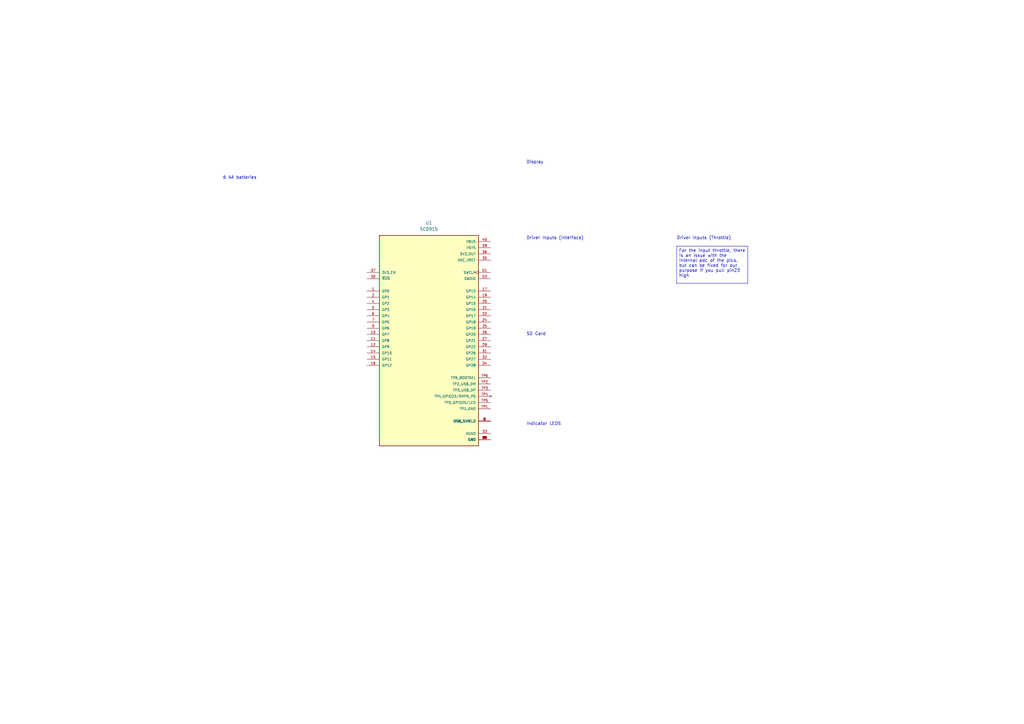
<source format=kicad_sch>
(kicad_sch (version 20230121) (generator eeschema)
  (paper "A3")
  (lib_symbols
    (symbol "SC0915:SC0915" (pin_names (offset 1.016))
      (property "Reference" "U" (at -20.32 44.069 0))
      (property "Value" "SC0915" (at -20.32 -45.72 0))
      (symbol "SC0915_0_0"
        (rectangle (start -20.32 -43.18) (end 20.32 43.18) (stroke (width 0.254)) (fill (type background)))
        (pin bidirectional line (at -25.4 20.32 0) (length 5.08) (name "GP0") (number "1"))
        (pin bidirectional line (at -25.4 2.54 0) (length 5.08) (name "GP7") (number "10"))
        (pin bidirectional line (at -25.4 0 0) (length 5.08) (name "GP8") (number "11"))
        (pin bidirectional line (at -25.4 -2.54 0) (length 5.08) (name "GP9") (number "12"))
        (pin power_in line (at 25.4 -40.64 180) (length 5.08) (name "GND") (number "13"))
        (pin bidirectional line (at -25.4 -5.08 0) (length 5.08) (name "GP10") (number "14"))
        (pin bidirectional line (at -25.4 -7.62 0) (length 5.08) (name "GP11") (number "15"))
        (pin bidirectional line (at -25.4 -10.16 0) (length 5.08) (name "GP12") (number "16"))
        (pin bidirectional line (at 25.4 20.32 180) (length 5.08) (name "GP13") (number "17"))
        (pin power_in line (at 25.4 -40.64 180) (length 5.08) (name "GND") (number "18"))
        (pin bidirectional line (at 25.4 17.78 180) (length 5.08) (name "GP14") (number "19"))
        (pin bidirectional line (at -25.4 17.78 0) (length 5.08) (name "GP1") (number "2"))
        (pin bidirectional line (at 25.4 15.24 180) (length 5.08) (name "GP15") (number "20"))
        (pin bidirectional line (at 25.4 12.7 180) (length 5.08) (name "GP16") (number "21"))
        (pin bidirectional line (at 25.4 10.16 180) (length 5.08) (name "GP17") (number "22"))
        (pin power_in line (at 25.4 -40.64 180) (length 5.08) (name "GND") (number "23"))
        (pin bidirectional line (at 25.4 7.62 180) (length 5.08) (name "GP18") (number "24"))
        (pin bidirectional line (at 25.4 5.08 180) (length 5.08) (name "GP19") (number "25"))
        (pin bidirectional line (at 25.4 2.54 180) (length 5.08) (name "GP20") (number "26"))
        (pin bidirectional line (at 25.4 0 180) (length 5.08) (name "GP21") (number "27"))
        (pin power_in line (at 25.4 -40.64 180) (length 5.08) (name "GND") (number "28"))
        (pin bidirectional line (at 25.4 -2.54 180) (length 5.08) (name "GP22") (number "29"))
        (pin power_in line (at 25.4 -40.64 180) (length 5.08) (name "GND") (number "3"))
        (pin input line (at -25.4 25.4 0) (length 5.08) (name "~{RUN}") (number "30"))
        (pin bidirectional line (at 25.4 -5.08 180) (length 5.08) (name "GP26") (number "31"))
        (pin bidirectional line (at 25.4 -7.62 180) (length 5.08) (name "GP27") (number "32"))
        (pin power_in line (at 25.4 -38.1 180) (length 5.08) (name "AGND") (number "33"))
        (pin bidirectional line (at 25.4 -10.16 180) (length 5.08) (name "GP28") (number "34"))
        (pin power_in line (at 25.4 33.02 180) (length 5.08) (name "ADC_VREF") (number "35"))
        (pin power_in line (at 25.4 35.56 180) (length 5.08) (name "3V3_OUT") (number "36"))
        (pin input line (at -25.4 27.94 0) (length 5.08) (name "3V3_EN") (number "37"))
        (pin power_in line (at 25.4 -40.64 180) (length 5.08) (name "GND") (number "38"))
        (pin power_in line (at 25.4 38.1 180) (length 5.08) (name "VSYS") (number "39"))
        (pin bidirectional line (at -25.4 15.24 0) (length 5.08) (name "GP2") (number "4"))
        (pin power_in line (at 25.4 40.64 180) (length 5.08) (name "VBUS") (number "40"))
        (pin bidirectional line (at -25.4 12.7 0) (length 5.08) (name "GP3") (number "5"))
        (pin bidirectional line (at -25.4 10.16 0) (length 5.08) (name "GP4") (number "6"))
        (pin bidirectional line (at -25.4 7.62 0) (length 5.08) (name "GP5") (number "7"))
        (pin power_in line (at 25.4 -40.64 180) (length 5.08) (name "GND") (number "8"))
        (pin bidirectional line (at -25.4 5.08 0) (length 5.08) (name "GP6") (number "9"))
        (pin power_in line (at 25.4 -33.02 180) (length 5.08) (name "USB_SHIELD") (number "A"))
        (pin power_in line (at 25.4 -33.02 180) (length 5.08) (name "USB_SHIELD") (number "B"))
        (pin power_in line (at 25.4 -33.02 180) (length 5.08) (name "USB_SHIELD") (number "C"))
        (pin power_in line (at 25.4 -33.02 180) (length 5.08) (name "USB_SHIELD") (number "D"))
        (pin input clock (at 25.4 27.94 180) (length 5.08) (name "SWCLK") (number "D1"))
        (pin power_in line (at 25.4 -40.64 180) (length 5.08) (name "GND") (number "D2"))
        (pin bidirectional line (at 25.4 25.4 180) (length 5.08) (name "SWDIO") (number "D3"))
        (pin power_in line (at 25.4 -27.94 180) (length 5.08) (name "TP1_GND") (number "TP1"))
        (pin bidirectional line (at 25.4 -17.78 180) (length 5.08) (name "TP2_USB_DM") (number "TP2"))
        (pin bidirectional line (at 25.4 -20.32 180) (length 5.08) (name "TP3_USB_DP") (number "TP3"))
        (pin no_connect line (at 25.4 -22.86 180) (length 5.08) (name "TP4_GPIO23/SMPS_PS") (number "TP4"))
        (pin output line (at 25.4 -25.4 180) (length 5.08) (name "TP5_GPIO25/LED") (number "TP5"))
        (pin input line (at 25.4 -15.24 180) (length 5.08) (name "TP6_BOOTSEL") (number "TP6"))
      )
    )
  )
  (text_box "For the input throttle, there is an issue with the internal adc of the pico, but can be fixed for our purpose if you pull pin23 high" (at 277.495 100.965 0) (size 29.21 15.24) (effects (font (size 1.27 1.27)) (justify left top)))
  (text "Display\n" (at 215.9 67.31 0) (effects (font (size 1.27 1.27)) (justify left bottom)))
  (text "SD Card\n" (at 215.9 137.795 0) (effects (font (size 1.27 1.27)) (justify left bottom)))
  (text "Driver Inputs (Throttle)\n" (at 277.495 98.425 0) (effects (font (size 1.27 1.27)) (justify left bottom)))
  (text "6 AA batteries\n" (at 91.44 73.66 0) (effects (font (size 1.27 1.27)) (justify left bottom)))
  (text "Indicator LEDS" (at 215.9 174.625 0) (effects (font (size 1.27 1.27)) (justify left bottom)))
  (text "Driver Inputs (Interface)\n" (at 215.9 98.425 0) (effects (font (size 1.27 1.27)) (justify left bottom)))
  (symbol (lib_id "SC0915:SC0915") (at 175.895 139.7 0) (unit 1)
    (property "Reference" "U1" (at 175.895 91.44 0))
    (property "Value" "SC0915" (at 175.895 93.98 0))
    (property "Footprint" "SC0915:MODULE_SC0915" (effects hide))
    (property "MF" "Raspberry Pi" (effects hide))
    (property "Description" "\nRaspberry Pi Pico Embedded Dev Module | Raspberry Pi SC0915\n" (effects hide))
    (property "Package" "None" (effects hide))
    (property "Price" "None" (effects hide))
    (property "Check_prices" "https://www.snapeda.com/parts/SC0915/Raspberry+Pi/view-part/?ref=eda" (effects hide))
    (property "STANDARD" "Manufacturer Recommendations" (effects hide))
    (property "PARTREV" "1.9" (effects hide))
    (property "SnapEDA_Link" "https://www.snapeda.com/parts/SC0915/Raspberry+Pi/view-part/?ref=snap" (effects hide))
    (property "MP" "SC0915" (effects hide))
    (property "Purchase-URL" "https://www.snapeda.com/api/url_track_click_mouser/?unipart_id=6331605&manufacturer=Raspberry Pi&part_name=SC0915&search_term=pico" (effects hide))
    (property "MANUFACTURER" "Pi Supply" (effects hide))
    (property "Availability" "In Stock" (effects hide))
    (property "SNAPEDA_PN" "SC0915" (effects hide))
  )
)
</source>
